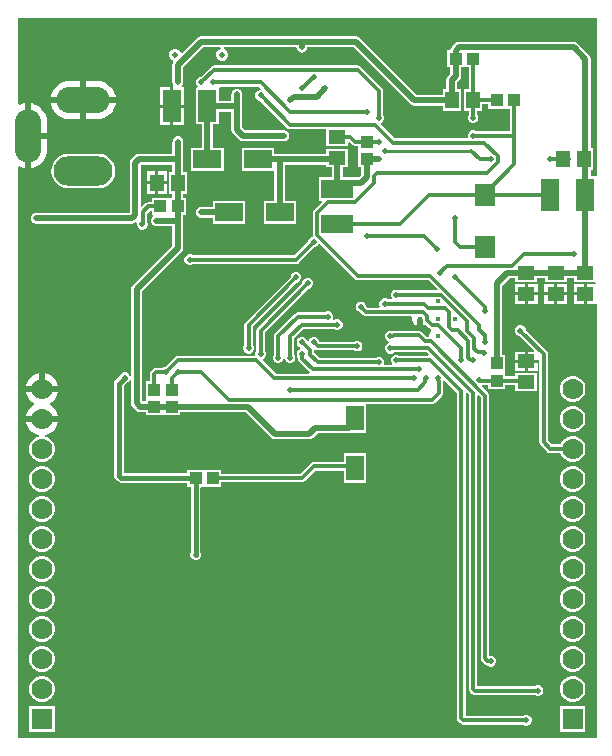
<source format=gbl>
G04*
G04 #@! TF.GenerationSoftware,Altium Limited,Altium Designer,23.2.1 (34)*
G04*
G04 Layer_Physical_Order=2*
G04 Layer_Color=16711680*
%FSLAX44Y44*%
%MOMM*%
G71*
G04*
G04 #@! TF.SameCoordinates,42A8F1EF-7107-4BB4-9A72-9FAECD8FE37F*
G04*
G04*
G04 #@! TF.FilePolarity,Positive*
G04*
G01*
G75*
%ADD17R,1.4500X1.1500*%
%ADD38C,0.5000*%
%ADD45C,0.3048*%
%ADD46C,0.3810*%
%ADD47C,0.5080*%
%ADD48C,0.2540*%
%ADD49R,1.7780X1.7780*%
%ADD50C,1.7780*%
%ADD51O,5.0000X2.5000*%
%ADD52O,4.5000X2.2500*%
%ADD53O,2.2500X4.5000*%
%ADD54C,0.4000*%
%ADD55C,0.4064*%
%ADD56R,1.7018X1.8796*%
%ADD57R,2.3300X1.5600*%
%ADD58R,1.6000X2.7000*%
%ADD59R,1.0400X1.0200*%
%ADD60R,1.2000X1.4700*%
%ADD61R,2.7000X1.6000*%
%ADD62R,1.0200X1.0400*%
%ADD63R,1.5000X2.1200*%
%ADD64R,1.1500X1.4500*%
G36*
X220000Y181770D02*
X220000Y180500D01*
X218730Y180500D01*
X214629D01*
Y185650D01*
X216600D01*
Y204350D01*
X214629D01*
Y280000D01*
X214277Y281771D01*
X213273Y283273D01*
X213273Y283273D01*
X203273Y293273D01*
X201771Y294277D01*
X200000Y294629D01*
X200000Y294629D01*
X103276D01*
X101504Y294277D01*
X100003Y293273D01*
X100003Y293273D01*
X97027Y290297D01*
X96023Y288796D01*
X95686Y287100D01*
X93100D01*
Y272900D01*
X95671D01*
Y267217D01*
X93621Y265167D01*
X92618Y263666D01*
X92265Y261894D01*
X92265Y261894D01*
Y254250D01*
X89470D01*
Y249629D01*
X66917D01*
X18980Y297566D01*
X17479Y298569D01*
X15707Y298922D01*
X15707Y298922D01*
X-115707D01*
X-115707Y298922D01*
X-117479Y298569D01*
X-118981Y297566D01*
X-131225Y285322D01*
X-132723Y285620D01*
X-133027Y286355D01*
X-134445Y287773D01*
X-136298Y288540D01*
X-138302D01*
X-140155Y287773D01*
X-141573Y286355D01*
X-142340Y284503D01*
Y282498D01*
X-141573Y280645D01*
X-140155Y279227D01*
X-139378Y278906D01*
X-138901Y277333D01*
X-139277Y276771D01*
X-139629Y275000D01*
X-139629Y275000D01*
Y260000D01*
X-139500Y259352D01*
Y259105D01*
X-139406Y258877D01*
X-139277Y258229D01*
X-138909Y257679D01*
X-138815Y257451D01*
X-138640Y257276D01*
X-138636Y257270D01*
X-138750Y257051D01*
Y241250D01*
X-129500D01*
Y256000D01*
X-130703D01*
X-131364Y257270D01*
X-131360Y257276D01*
X-131185Y257451D01*
X-131091Y257679D01*
X-130723Y258229D01*
X-130595Y258877D01*
X-130500Y259105D01*
Y259352D01*
X-130371Y260000D01*
Y273083D01*
X-113790Y289664D01*
X-98908D01*
X-98656Y288394D01*
X-100155Y287773D01*
X-101573Y286355D01*
X-102340Y284503D01*
Y282498D01*
X-101573Y280645D01*
X-100155Y279227D01*
X-98302Y278460D01*
X-96298D01*
X-94445Y279227D01*
X-93027Y280645D01*
X-92260Y282498D01*
Y284503D01*
X-93027Y286355D01*
X-94445Y287773D01*
X-95944Y288394D01*
X-95692Y289664D01*
X-34562D01*
X-34500Y289352D01*
Y289105D01*
X-34406Y288877D01*
X-34277Y288229D01*
X-33909Y287679D01*
X-33815Y287451D01*
X-33640Y287276D01*
X-33273Y286727D01*
X-32724Y286360D01*
X-32549Y286185D01*
X-32321Y286091D01*
X-31771Y285723D01*
X-31123Y285595D01*
X-30895Y285500D01*
X-30648D01*
X-30000Y285371D01*
X-29352Y285500D01*
X-29105D01*
X-28877Y285595D01*
X-28229Y285723D01*
X-27679Y286091D01*
X-27451Y286185D01*
X-27276Y286360D01*
X-26727Y286727D01*
X-26360Y287276D01*
X-26185Y287451D01*
X-26091Y287679D01*
X-25723Y288229D01*
X-25594Y288877D01*
X-25500Y289105D01*
Y289352D01*
X-25438Y289664D01*
X13790D01*
X61727Y241727D01*
X61727Y241727D01*
X62277Y241360D01*
X62451Y241185D01*
X62679Y241091D01*
X63229Y240723D01*
X63877Y240594D01*
X64105Y240500D01*
X64352D01*
X65000Y240371D01*
X65000Y240371D01*
X89470D01*
Y235750D01*
X104970D01*
Y254250D01*
X101523D01*
Y259977D01*
X103573Y262027D01*
X104577Y263529D01*
X104929Y265300D01*
X104929Y265300D01*
Y272900D01*
X107500D01*
Y272900D01*
X107800D01*
Y272900D01*
X111407D01*
Y254250D01*
X107250D01*
Y235750D01*
X111407D01*
Y232771D01*
X111185Y232549D01*
X110500Y230895D01*
Y229105D01*
X111185Y227451D01*
X112451Y226185D01*
X114105Y225500D01*
X115895D01*
X117549Y226185D01*
X118815Y227451D01*
X119500Y229105D01*
Y230895D01*
X118815Y232549D01*
X118593Y232771D01*
Y235750D01*
X122750D01*
Y241407D01*
X127800D01*
Y237900D01*
X142200D01*
Y237900D01*
X142500D01*
Y237900D01*
X146107D01*
Y218593D01*
X117771D01*
X117549Y218815D01*
X115895Y219500D01*
X114105D01*
X112451Y218815D01*
X111185Y217549D01*
X110500Y215895D01*
Y214105D01*
X110699Y213625D01*
X109993Y212569D01*
X48993D01*
X36821Y224741D01*
X37069Y225986D01*
X37549Y226185D01*
X38815Y227451D01*
X39500Y229105D01*
Y230895D01*
X38815Y232549D01*
X38593Y232771D01*
Y252984D01*
X38319Y254359D01*
X37541Y255524D01*
X19750Y273315D01*
X18585Y274093D01*
X17210Y274367D01*
X-104226D01*
X-105601Y274093D01*
X-106767Y273315D01*
X-115581Y264500D01*
X-115895D01*
X-117549Y263815D01*
X-118815Y262549D01*
X-119500Y260895D01*
Y259105D01*
X-118815Y257451D01*
X-118134Y256770D01*
X-118660Y255500D01*
X-120000D01*
Y224500D01*
X-114629D01*
Y204800D01*
X-123650D01*
Y185200D01*
X-96350D01*
Y204800D01*
X-105371D01*
Y224500D01*
X-100000D01*
Y235371D01*
X-89629D01*
Y220000D01*
X-89629Y220000D01*
X-89277Y218229D01*
X-88273Y216727D01*
X-83273Y211727D01*
X-81771Y210723D01*
X-80000Y210371D01*
X-80000Y210371D01*
X-45000D01*
X-44352Y210500D01*
X-44105D01*
X-43877Y210594D01*
X-43229Y210723D01*
X-42679Y211091D01*
X-42451Y211185D01*
X-42277Y211360D01*
X-41727Y211727D01*
X-41360Y212276D01*
X-41185Y212451D01*
X-41091Y212679D01*
X-40723Y213229D01*
X-40595Y213877D01*
X-40500Y214105D01*
Y214352D01*
X-40371Y215000D01*
X-40500Y215648D01*
Y215895D01*
X-40595Y216123D01*
X-40723Y216771D01*
X-41091Y217321D01*
X-41185Y217549D01*
X-41360Y217724D01*
X-41727Y218273D01*
X-42277Y218640D01*
X-42451Y218815D01*
X-42679Y218909D01*
X-43229Y219277D01*
X-43877Y219406D01*
X-44105Y219500D01*
X-44352D01*
X-45000Y219629D01*
X-78083D01*
X-80371Y221917D01*
Y240000D01*
Y250000D01*
X-80500Y250648D01*
Y250895D01*
X-80595Y251123D01*
X-80723Y251771D01*
X-81091Y252321D01*
X-81185Y252549D01*
X-81360Y252724D01*
X-81727Y253273D01*
X-82276Y253640D01*
X-82451Y253815D01*
X-82679Y253909D01*
X-83229Y254277D01*
X-83877Y254406D01*
X-84105Y254500D01*
X-84352D01*
X-85000Y254629D01*
X-85648Y254500D01*
X-85895D01*
X-86123Y254406D01*
X-86771Y254277D01*
X-87321Y253909D01*
X-87549Y253815D01*
X-87724Y253640D01*
X-88273Y253273D01*
X-88640Y252724D01*
X-88815Y252549D01*
X-88909Y252321D01*
X-89277Y251771D01*
X-89406Y251123D01*
X-89500Y250895D01*
Y250648D01*
X-89629Y250000D01*
Y244629D01*
X-100000D01*
Y255500D01*
X-99124Y256407D01*
X-66488D01*
X-64827Y254746D01*
X-65353Y253476D01*
X-65895D01*
X-67549Y252791D01*
X-68815Y251525D01*
X-69500Y249871D01*
Y248081D01*
X-68815Y246427D01*
X-67549Y245161D01*
X-65895Y244476D01*
X-65581D01*
X-42839Y221733D01*
X-41673Y220954D01*
X-40298Y220681D01*
X-9250D01*
Y206140D01*
X9250D01*
Y208873D01*
X10520Y209399D01*
X12459Y207459D01*
X13625Y206681D01*
X15000Y206407D01*
X17900D01*
Y202800D01*
X17900D01*
Y202500D01*
X17900D01*
Y188100D01*
X20371D01*
Y181917D01*
X18083Y179629D01*
X15500D01*
Y180000D01*
X4629D01*
Y188360D01*
X9250D01*
Y203860D01*
X-9250D01*
Y199567D01*
X-48288D01*
X-48600Y199629D01*
X-53550D01*
Y204800D01*
X-80850D01*
Y185200D01*
X-53550D01*
X-53229Y184063D01*
Y159800D01*
X-62250D01*
Y140200D01*
X-34950D01*
Y159800D01*
X-43971D01*
Y190309D01*
X-9250D01*
Y188360D01*
X-4629D01*
Y180000D01*
X-15500D01*
Y160000D01*
X-13224D01*
X-12738Y158827D01*
X-19565Y152000D01*
X-20343Y150835D01*
X-20617Y149460D01*
Y130540D01*
X-20505Y129976D01*
X-20896Y129499D01*
X-22550Y128813D01*
X-23816Y127548D01*
X-24501Y125894D01*
Y125580D01*
X-36488Y113593D01*
X-122229D01*
X-122451Y113815D01*
X-124105Y114500D01*
X-125895D01*
X-127549Y113815D01*
X-128815Y112549D01*
X-129500Y110895D01*
Y109105D01*
X-128815Y107451D01*
X-127549Y106185D01*
X-125895Y105500D01*
X-124105D01*
X-122451Y106185D01*
X-122229Y106407D01*
X-35000D01*
X-33625Y106680D01*
X-32459Y107459D01*
X-19420Y120499D01*
X-19106D01*
X-17452Y121184D01*
X-16186Y122450D01*
X-15988Y122929D01*
X-14742Y123177D01*
X14562Y93874D01*
X15727Y93095D01*
X17102Y92821D01*
X77098D01*
X84878Y85040D01*
X84392Y83867D01*
X52561D01*
X52549Y83879D01*
X50895Y84564D01*
X49105D01*
X47451Y83879D01*
X46185Y82613D01*
X45500Y80959D01*
Y79169D01*
X46120Y77673D01*
X45638Y76403D01*
X42771D01*
X42549Y76625D01*
X40895Y77310D01*
X39105D01*
X37451Y76625D01*
X36185Y75359D01*
X35500Y73705D01*
Y71915D01*
X36133Y70387D01*
X35670Y69117D01*
X25964D01*
X24500Y70581D01*
Y70895D01*
X23815Y72549D01*
X22549Y73815D01*
X20895Y74500D01*
X19105D01*
X17451Y73815D01*
X16185Y72549D01*
X15500Y70895D01*
Y69105D01*
X16185Y67451D01*
X17451Y66185D01*
X19105Y65500D01*
X19419D01*
X21935Y62983D01*
X23101Y62204D01*
X24476Y61931D01*
X62477D01*
X63250Y60923D01*
X63250Y60922D01*
Y59078D01*
X63727Y57298D01*
X64649Y55702D01*
X65952Y54399D01*
X67548Y53477D01*
X67750Y53423D01*
Y60000D01*
X72181D01*
Y59226D01*
X72454Y57851D01*
X72750Y57408D01*
Y53423D01*
X72952Y53477D01*
X74548Y54399D01*
X75034Y54885D01*
X77983Y51935D01*
X79149Y51157D01*
X79201Y51146D01*
X79619Y49768D01*
X79399Y49548D01*
X78477Y47952D01*
X78000Y46172D01*
Y44411D01*
X75670D01*
X71771Y48311D01*
X70605Y49089D01*
X69230Y49363D01*
X53772D01*
X52495Y49617D01*
X47864D01*
X46489Y49344D01*
X46406Y49288D01*
X45895Y49500D01*
X44105D01*
X42451Y48815D01*
X41185Y47549D01*
X40500Y45895D01*
Y44105D01*
X41185Y42451D01*
X42451Y41185D01*
X43686Y40673D01*
Y39327D01*
X42451Y38815D01*
X41185Y37549D01*
X40500Y35895D01*
Y34105D01*
X41185Y32451D01*
X42451Y31185D01*
X44105Y30500D01*
X45895D01*
X47549Y31185D01*
X48144Y31781D01*
X75576D01*
X77493Y29863D01*
X76967Y28593D01*
X52771D01*
X52549Y28815D01*
X50895Y29500D01*
X49105D01*
X47451Y28815D01*
X46185Y27549D01*
X45500Y25895D01*
Y24105D01*
X46185Y22451D01*
X46725Y21911D01*
X46199Y20641D01*
X40007D01*
X39301Y21697D01*
X39500Y22177D01*
Y23967D01*
X38815Y25621D01*
X37549Y26887D01*
X35895Y27572D01*
X34105D01*
X32451Y26887D01*
X32229Y26665D01*
X-15062D01*
X-19495Y31098D01*
Y33089D01*
X-19544Y33332D01*
X-19145Y33721D01*
X-18393Y34058D01*
X-17469Y33440D01*
X-16094Y33167D01*
X13989D01*
X14210Y32945D01*
X15864Y32260D01*
X17655D01*
X19309Y32945D01*
X20575Y34211D01*
X21260Y35865D01*
Y37655D01*
X20575Y39309D01*
X19309Y40574D01*
X17655Y41260D01*
X15864D01*
X14210Y40574D01*
X13989Y40353D01*
X-14606D01*
X-15749Y41496D01*
X-16185Y42549D01*
X-17451Y43815D01*
X-19105Y44500D01*
X-20895D01*
X-22549Y43815D01*
X-23815Y42549D01*
X-24327Y41314D01*
X-25673D01*
X-26185Y42549D01*
X-27451Y43815D01*
X-29105Y44500D01*
X-30895D01*
X-32549Y43815D01*
X-33815Y42549D01*
X-34500Y40895D01*
Y39105D01*
X-33815Y37451D01*
X-32549Y36185D01*
X-31314Y35673D01*
Y34327D01*
X-32549Y33815D01*
X-33815Y32549D01*
X-34500Y30895D01*
Y29105D01*
X-33815Y27451D01*
X-33219Y26856D01*
Y26261D01*
X-32946Y24886D01*
X-32167Y23721D01*
X-23310Y14863D01*
X-23813Y13593D01*
X-52031D01*
X-63179Y24741D01*
X-62931Y25986D01*
X-62451Y26185D01*
X-61185Y27451D01*
X-60500Y29105D01*
Y30895D01*
X-61185Y32549D01*
X-61407Y32771D01*
Y48512D01*
X-24419Y85500D01*
X-24105D01*
X-22451Y86185D01*
X-21185Y87451D01*
X-20500Y89105D01*
Y90895D01*
X-21185Y92549D01*
X-22451Y93815D01*
X-24105Y94500D01*
X-25895D01*
X-27549Y93815D01*
X-28815Y92549D01*
X-29500Y90895D01*
Y90581D01*
X-67541Y52541D01*
X-68320Y51375D01*
X-68593Y50000D01*
Y32771D01*
X-68815Y32549D01*
X-69500Y30895D01*
Y29105D01*
X-69842Y28593D01*
X-134891D01*
X-136266Y28320D01*
X-137432Y27541D01*
X-145473Y19500D01*
X-145895D01*
X-147549Y18815D01*
X-147771Y18593D01*
X-153215D01*
X-154590Y18319D01*
X-155755Y17541D01*
X-157541Y15755D01*
X-158320Y14590D01*
X-158593Y13214D01*
Y7200D01*
X-162100D01*
Y-7200D01*
X-162100D01*
Y-7500D01*
X-162100D01*
Y-10071D01*
X-165107D01*
X-165371Y-9807D01*
Y83083D01*
X-131727Y116727D01*
X-131727Y116727D01*
X-130723Y118229D01*
X-130371Y120000D01*
Y142920D01*
Y147900D01*
X-127800D01*
Y162100D01*
X-130371D01*
Y165750D01*
X-127250D01*
Y184250D01*
X-130371D01*
Y195000D01*
Y210000D01*
X-130500Y210648D01*
Y210895D01*
X-130595Y211123D01*
X-130723Y211771D01*
X-131091Y212321D01*
X-131185Y212549D01*
X-131360Y212724D01*
X-131727Y213273D01*
X-132276Y213640D01*
X-132451Y213815D01*
X-132679Y213909D01*
X-133229Y214277D01*
X-133877Y214406D01*
X-134105Y214500D01*
X-134352D01*
X-135000Y214629D01*
X-135648Y214500D01*
X-135895D01*
X-136123Y214406D01*
X-136771Y214277D01*
X-137321Y213909D01*
X-137549Y213815D01*
X-137724Y213640D01*
X-138273Y213273D01*
X-138640Y212724D01*
X-138815Y212549D01*
X-138909Y212321D01*
X-139277Y211771D01*
X-139406Y211123D01*
X-139500Y210895D01*
Y210648D01*
X-139629Y210000D01*
Y199629D01*
X-168050D01*
X-169821Y199277D01*
X-171323Y198273D01*
X-171323Y198273D01*
X-174299Y195297D01*
X-175302Y193796D01*
X-175655Y192024D01*
X-175655Y192024D01*
Y149893D01*
X-175919Y149629D01*
X-255000D01*
X-255648Y149500D01*
X-255895D01*
X-256123Y149405D01*
X-256771Y149277D01*
X-257321Y148909D01*
X-257549Y148815D01*
X-257724Y148640D01*
X-258273Y148273D01*
X-258640Y147724D01*
X-258815Y147549D01*
X-258909Y147321D01*
X-259277Y146771D01*
X-259406Y146123D01*
X-259500Y145895D01*
Y145648D01*
X-259629Y145000D01*
X-259500Y144352D01*
Y144105D01*
X-259406Y143877D01*
X-259277Y143229D01*
X-258909Y142679D01*
X-258815Y142451D01*
X-258640Y142276D01*
X-258273Y141727D01*
X-257724Y141360D01*
X-257549Y141185D01*
X-257321Y141091D01*
X-256771Y140723D01*
X-256123Y140594D01*
X-255895Y140500D01*
X-255648D01*
X-255000Y140371D01*
X-174002D01*
X-174002Y140371D01*
X-172230Y140723D01*
X-170728Y141727D01*
X-170390Y142065D01*
X-169313Y141346D01*
X-169500Y140895D01*
Y139105D01*
X-168815Y137451D01*
X-167549Y136185D01*
X-165895Y135500D01*
X-164105D01*
X-162451Y136185D01*
X-161185Y137451D01*
X-160500Y139105D01*
Y140895D01*
X-161033Y142183D01*
Y148885D01*
X-158512Y151407D01*
X-156900D01*
Y147900D01*
X-156293D01*
X-155961Y147116D01*
X-155904Y146630D01*
X-155974Y146560D01*
X-156523Y146193D01*
X-156890Y145644D01*
X-157065Y145469D01*
X-157159Y145241D01*
X-157527Y144691D01*
X-157656Y144043D01*
X-157750Y143815D01*
Y143568D01*
X-157879Y142920D01*
X-157750Y142272D01*
Y142025D01*
X-157656Y141797D01*
X-157527Y141149D01*
X-157159Y140599D01*
X-157065Y140371D01*
X-156890Y140197D01*
X-156523Y139647D01*
X-155974Y139280D01*
X-155799Y139105D01*
X-155571Y139011D01*
X-155021Y138643D01*
X-154373Y138514D01*
X-154145Y138420D01*
X-153898D01*
X-153250Y138291D01*
X-139629D01*
Y121917D01*
X-173273Y88273D01*
X-174277Y86771D01*
X-174629Y85000D01*
X-174629Y85000D01*
Y12111D01*
X-175899Y11858D01*
X-176185Y12549D01*
X-177451Y13815D01*
X-179105Y14500D01*
X-180895D01*
X-182549Y13815D01*
X-183815Y12549D01*
X-184333Y11297D01*
X-187815Y7815D01*
X-188678Y6524D01*
X-188981Y5000D01*
Y-72768D01*
X-188678Y-74292D01*
X-187815Y-75584D01*
X-185583Y-77815D01*
X-184292Y-78678D01*
X-182768Y-78981D01*
X-127200D01*
Y-82100D01*
X-123982D01*
Y-137853D01*
X-124500Y-139105D01*
Y-140895D01*
X-123815Y-142549D01*
X-122549Y-143815D01*
X-120895Y-144500D01*
X-119105D01*
X-117451Y-143815D01*
X-116185Y-142549D01*
X-115500Y-140895D01*
Y-139105D01*
X-116018Y-137853D01*
Y-82998D01*
X-115120Y-82100D01*
X-112800Y-82100D01*
X-111530Y-82100D01*
X-98100D01*
Y-78593D01*
X-30000D01*
X-28625Y-78320D01*
X-27459Y-77541D01*
X-18512Y-68593D01*
X5500D01*
Y-79170D01*
X24500D01*
Y-53970D01*
X5500D01*
Y-61407D01*
X-20000D01*
X-21375Y-61680D01*
X-22541Y-62459D01*
X-31488Y-71407D01*
X-98100D01*
Y-67900D01*
X-111530D01*
X-112500Y-67900D01*
X-113770Y-67900D01*
X-127200D01*
Y-71019D01*
X-181019D01*
Y3351D01*
X-178703Y5667D01*
X-177451Y6185D01*
X-176185Y7451D01*
X-175899Y8142D01*
X-174629Y7889D01*
Y-11724D01*
X-174629Y-11724D01*
X-174277Y-13496D01*
X-173273Y-14997D01*
X-170297Y-17973D01*
X-170297Y-17973D01*
X-168796Y-18977D01*
X-167024Y-19329D01*
X-162100D01*
Y-21900D01*
X-147900D01*
Y-21900D01*
X-147100D01*
Y-21900D01*
X-132900D01*
Y-19329D01*
X-77261D01*
X-55671Y-40919D01*
X-55671Y-40919D01*
X-54170Y-41922D01*
X-52398Y-42275D01*
X-52398Y-42275D01*
X-23837D01*
X-23837Y-42275D01*
X-22066Y-41922D01*
X-20564Y-40919D01*
X-16604Y-36959D01*
X10040D01*
X10040Y-36959D01*
X10487Y-36870D01*
X24500D01*
Y-12229D01*
X79883D01*
X81258Y-11955D01*
X82424Y-11177D01*
X88565Y-5036D01*
X89344Y-3870D01*
X89617Y-2495D01*
Y7025D01*
X90848Y7590D01*
X101407Y-2969D01*
Y-278214D01*
X101680Y-279590D01*
X102459Y-280755D01*
X104245Y-282541D01*
X105410Y-283319D01*
X106785Y-283593D01*
X157229D01*
X157451Y-283815D01*
X159105Y-284500D01*
X160895D01*
X162549Y-283815D01*
X163815Y-282549D01*
X164500Y-280895D01*
Y-279105D01*
X163815Y-277451D01*
X162549Y-276185D01*
X160895Y-275500D01*
X159105D01*
X157451Y-276185D01*
X157229Y-276407D01*
X108593D01*
Y-3033D01*
X109863Y-2507D01*
X111407Y-4051D01*
Y-253214D01*
X111680Y-254590D01*
X112459Y-255755D01*
X114245Y-257541D01*
X115410Y-258319D01*
X116785Y-258593D01*
X167229D01*
X167451Y-258815D01*
X169105Y-259500D01*
X170895D01*
X172549Y-258815D01*
X173815Y-257549D01*
X174500Y-255895D01*
Y-254105D01*
X173815Y-252451D01*
X172549Y-251185D01*
X170895Y-250500D01*
X169105D01*
X167451Y-251185D01*
X167229Y-251407D01*
X118593D01*
Y-5398D01*
X119766Y-4912D01*
X121407Y-6553D01*
Y-227524D01*
X121680Y-228899D01*
X122459Y-230064D01*
X124562Y-232167D01*
X125728Y-232946D01*
X126794Y-233158D01*
X127451Y-233815D01*
X129105Y-234500D01*
X130895D01*
X132549Y-233815D01*
X133815Y-232549D01*
X134500Y-230895D01*
Y-229105D01*
X133815Y-227451D01*
X132549Y-226185D01*
X130895Y-225500D01*
X129105D01*
X128593Y-225158D01*
Y-5064D01*
X128320Y-3689D01*
X127541Y-2524D01*
X122230Y2787D01*
X122756Y4057D01*
X127900D01*
Y450D01*
X142100D01*
Y4057D01*
X150750D01*
Y-1640D01*
X169250D01*
Y13860D01*
X150750D01*
Y11243D01*
X142100D01*
Y14850D01*
X142100D01*
Y15150D01*
X142100D01*
Y29550D01*
X139629D01*
Y75000D01*
Y88083D01*
X145807Y94261D01*
X150750D01*
Y91140D01*
X169250D01*
Y94261D01*
X175750D01*
Y91140D01*
X194250D01*
Y94261D01*
X200750D01*
Y91140D01*
X218563Y91140D01*
X219388Y89978D01*
X219141Y89360D01*
X211250D01*
Y81110D01*
Y72860D01*
X218730D01*
X219750Y72860D01*
X220000Y71694D01*
Y-295000D01*
X-270000D01*
Y188365D01*
X-268911Y189018D01*
X-268249Y188664D01*
X-265186Y187735D01*
X-264500Y187668D01*
Y215000D01*
Y242332D01*
X-265186Y242265D01*
X-268249Y241336D01*
X-268911Y240982D01*
X-270000Y241635D01*
Y315000D01*
X220000D01*
Y181770D01*
D02*
G37*
G36*
X-139629Y184250D02*
X-142750D01*
Y165750D01*
X-139629D01*
Y162100D01*
X-142200D01*
Y162100D01*
X-142500D01*
Y162100D01*
X-156900D01*
Y158593D01*
X-160000D01*
X-161375Y158320D01*
X-162541Y157541D01*
X-165224Y154858D01*
X-166397Y155344D01*
Y190107D01*
X-166133Y190371D01*
X-139629D01*
Y184250D01*
D02*
G37*
%LPC*%
G36*
X-203750Y261329D02*
X-212500D01*
Y247500D01*
X-187668D01*
X-187735Y248186D01*
X-188664Y251249D01*
X-190173Y254072D01*
X-192204Y256546D01*
X-194678Y258577D01*
X-197501Y260086D01*
X-200564Y261015D01*
X-203750Y261329D01*
D02*
G37*
G36*
X-217500D02*
X-226250D01*
X-229436Y261015D01*
X-232499Y260086D01*
X-235322Y258577D01*
X-237796Y256546D01*
X-239827Y254072D01*
X-241336Y251249D01*
X-242265Y248186D01*
X-242332Y247500D01*
X-217500D01*
Y261329D01*
D02*
G37*
G36*
X-141250Y256000D02*
X-150500D01*
Y241250D01*
X-141250D01*
Y256000D01*
D02*
G37*
G36*
X-187668Y242500D02*
X-212500D01*
Y228671D01*
X-203750D01*
X-200564Y228985D01*
X-197501Y229914D01*
X-194678Y231423D01*
X-192204Y233454D01*
X-190173Y235928D01*
X-188664Y238751D01*
X-187735Y241814D01*
X-187668Y242500D01*
D02*
G37*
G36*
X-217500D02*
X-242332D01*
X-242265Y241814D01*
X-241336Y238751D01*
X-239827Y235928D01*
X-237796Y233454D01*
X-235322Y231423D01*
X-232499Y229914D01*
X-229436Y228985D01*
X-226250Y228671D01*
X-217500D01*
Y242500D01*
D02*
G37*
G36*
X-129500Y238750D02*
X-138750D01*
Y224000D01*
X-129500D01*
Y238750D01*
D02*
G37*
G36*
X-141250D02*
X-150500D01*
Y224000D01*
X-141250D01*
Y238750D01*
D02*
G37*
G36*
X-259500Y242332D02*
Y217500D01*
X-245671D01*
Y226250D01*
X-245985Y229436D01*
X-246914Y232499D01*
X-248423Y235322D01*
X-250454Y237796D01*
X-252928Y239827D01*
X-255751Y241336D01*
X-258814Y242265D01*
X-259500Y242332D01*
D02*
G37*
G36*
X-245671Y212500D02*
X-259500D01*
Y187668D01*
X-258814Y187735D01*
X-255751Y188664D01*
X-252928Y190173D01*
X-250454Y192204D01*
X-248423Y194678D01*
X-246914Y197501D01*
X-245985Y200564D01*
X-245671Y203750D01*
Y212500D01*
D02*
G37*
G36*
X-202500Y199625D02*
X-227500D01*
X-231285Y199127D01*
X-234813Y197666D01*
X-237841Y195341D01*
X-240166Y192313D01*
X-241627Y188785D01*
X-242125Y185000D01*
X-241627Y181215D01*
X-240166Y177687D01*
X-237841Y174659D01*
X-234813Y172334D01*
X-231285Y170873D01*
X-227500Y170375D01*
X-202500D01*
X-198715Y170873D01*
X-195187Y172334D01*
X-192159Y174659D01*
X-189834Y177687D01*
X-188373Y181215D01*
X-187875Y185000D01*
X-188373Y188785D01*
X-189834Y192313D01*
X-192159Y195341D01*
X-195187Y197666D01*
X-198715Y199127D01*
X-202500Y199625D01*
D02*
G37*
G36*
X-77750Y159800D02*
X-105050D01*
Y154629D01*
X-115000D01*
X-115648Y154500D01*
X-115895D01*
X-116123Y154406D01*
X-116771Y154277D01*
X-117321Y153909D01*
X-117549Y153815D01*
X-117724Y153640D01*
X-118273Y153273D01*
X-118640Y152724D01*
X-118815Y152549D01*
X-118909Y152321D01*
X-119277Y151771D01*
X-119406Y151123D01*
X-119500Y150895D01*
Y150648D01*
X-119629Y150000D01*
X-119500Y149352D01*
Y149105D01*
X-119406Y148877D01*
X-119277Y148229D01*
X-118909Y147679D01*
X-118815Y147451D01*
X-118640Y147276D01*
X-118273Y146727D01*
X-117724Y146360D01*
X-117549Y146185D01*
X-117321Y146091D01*
X-116771Y145723D01*
X-116123Y145595D01*
X-115895Y145500D01*
X-115648D01*
X-115000Y145371D01*
X-105050D01*
Y140200D01*
X-77750D01*
Y159800D01*
D02*
G37*
G36*
X194750Y89360D02*
X186250D01*
Y82360D01*
X194750D01*
Y89360D01*
D02*
G37*
G36*
X169750D02*
X161250D01*
Y82360D01*
X169750D01*
Y89360D01*
D02*
G37*
G36*
X208750D02*
X200250D01*
Y82360D01*
X208750D01*
Y89360D01*
D02*
G37*
G36*
X183750D02*
X175250D01*
Y82360D01*
X183750D01*
Y89360D01*
D02*
G37*
G36*
X158750D02*
X150250D01*
Y82360D01*
X158750D01*
Y89360D01*
D02*
G37*
G36*
X194750Y79860D02*
X186250D01*
Y72860D01*
X194750D01*
Y79860D01*
D02*
G37*
G36*
X183750D02*
X175250D01*
Y72860D01*
X183750D01*
Y79860D01*
D02*
G37*
G36*
X169750D02*
X161250D01*
Y72860D01*
X169750D01*
Y79860D01*
D02*
G37*
G36*
X158750D02*
X150250D01*
Y72860D01*
X158750D01*
Y79860D01*
D02*
G37*
G36*
X208750D02*
X200250D01*
Y72860D01*
X208750D01*
Y79860D01*
D02*
G37*
G36*
X-7345Y66260D02*
X-9136D01*
X-10790Y65574D01*
X-11011Y65353D01*
X-33240D01*
X-34615Y65079D01*
X-35781Y64300D01*
X-52541Y47541D01*
X-53320Y46375D01*
X-53593Y45000D01*
Y29819D01*
X-53815Y29597D01*
X-54500Y27943D01*
Y26153D01*
X-53815Y24499D01*
X-52549Y23233D01*
X-50895Y22548D01*
X-49105D01*
X-47451Y23233D01*
X-46185Y24499D01*
X-45673Y25735D01*
X-44327D01*
X-43815Y24499D01*
X-42549Y23233D01*
X-40895Y22548D01*
X-39105D01*
X-37451Y23233D01*
X-36185Y24499D01*
X-35500Y26153D01*
Y27943D01*
X-36185Y29597D01*
X-36407Y29819D01*
Y43512D01*
X-28512Y51407D01*
X-2771D01*
X-2549Y51185D01*
X-895Y50500D01*
X895D01*
X2549Y51185D01*
X3815Y52451D01*
X4500Y54105D01*
Y55895D01*
X3815Y57549D01*
X2549Y58815D01*
X895Y59500D01*
X-895D01*
X-2549Y58815D01*
X-3289Y59069D01*
X-3932Y60402D01*
X-3740Y60865D01*
Y62655D01*
X-4426Y64309D01*
X-5691Y65574D01*
X-7345Y66260D01*
D02*
G37*
G36*
X-34105Y99500D02*
X-35895D01*
X-37549Y98815D01*
X-38815Y97549D01*
X-39500Y95895D01*
Y95581D01*
X-77541Y57541D01*
X-78320Y56375D01*
X-78593Y55000D01*
Y37771D01*
X-78815Y37549D01*
X-79500Y35895D01*
Y34105D01*
X-78815Y32451D01*
X-77549Y31185D01*
X-75895Y30500D01*
X-74105D01*
X-72451Y31185D01*
X-71185Y32451D01*
X-70500Y34105D01*
Y35895D01*
X-71185Y37549D01*
X-71407Y37771D01*
Y53512D01*
X-34419Y90500D01*
X-34105D01*
X-32451Y91185D01*
X-31185Y92451D01*
X-30500Y94105D01*
Y95895D01*
X-31185Y97549D01*
X-32451Y98815D01*
X-34105Y99500D01*
D02*
G37*
G36*
X158750Y32140D02*
X150250D01*
Y25140D01*
X158750D01*
Y32140D01*
D02*
G37*
G36*
X169750Y22640D02*
X161250D01*
Y15640D01*
X169750D01*
Y22640D01*
D02*
G37*
G36*
X158750D02*
X150250D01*
Y15640D01*
X158750D01*
Y22640D01*
D02*
G37*
G36*
X-247500Y14110D02*
Y2900D01*
X-236290D01*
X-237057Y5761D01*
X-238885Y8929D01*
X-241471Y11515D01*
X-244639Y13343D01*
X-247500Y14110D01*
D02*
G37*
G36*
X-252500D02*
X-255361Y13343D01*
X-258529Y11515D01*
X-261115Y8929D01*
X-262943Y5761D01*
X-263710Y2900D01*
X-252500D01*
Y14110D01*
D02*
G37*
G36*
X200634Y11290D02*
X197766D01*
X194997Y10548D01*
X192513Y9114D01*
X190486Y7087D01*
X189052Y4603D01*
X188310Y1834D01*
Y-1034D01*
X189052Y-3803D01*
X190486Y-6287D01*
X192513Y-8314D01*
X194997Y-9748D01*
X197766Y-10490D01*
X200634D01*
X203403Y-9748D01*
X205887Y-8314D01*
X207914Y-6287D01*
X209348Y-3803D01*
X210090Y-1034D01*
Y1834D01*
X209348Y4603D01*
X207914Y7087D01*
X205887Y9114D01*
X203403Y10548D01*
X200634Y11290D01*
D02*
G37*
G36*
X-236290Y-2100D02*
X-250000D01*
X-263710D01*
X-262943Y-4961D01*
X-261115Y-8129D01*
X-258529Y-10715D01*
X-256883Y-11665D01*
Y-12935D01*
X-258529Y-13885D01*
X-261115Y-16471D01*
X-262943Y-19639D01*
X-263710Y-22500D01*
X-250000D01*
X-236290D01*
X-237057Y-19639D01*
X-238885Y-16471D01*
X-241471Y-13885D01*
X-243117Y-12935D01*
Y-11665D01*
X-241471Y-10715D01*
X-238885Y-8129D01*
X-237057Y-4961D01*
X-236290Y-2100D01*
D02*
G37*
G36*
X200634Y-14110D02*
X197766D01*
X194997Y-14852D01*
X192513Y-16286D01*
X190486Y-18313D01*
X189052Y-20797D01*
X188310Y-23566D01*
Y-26434D01*
X189052Y-29203D01*
X190486Y-31687D01*
X192513Y-33714D01*
X194997Y-35148D01*
X197766Y-35890D01*
X200634D01*
X203403Y-35148D01*
X205887Y-33714D01*
X207914Y-31687D01*
X209348Y-29203D01*
X210090Y-26434D01*
Y-23566D01*
X209348Y-20797D01*
X207914Y-18313D01*
X205887Y-16286D01*
X203403Y-14852D01*
X200634Y-14110D01*
D02*
G37*
G36*
X155895Y54500D02*
X154105D01*
X152451Y53815D01*
X151185Y52549D01*
X150500Y50895D01*
Y49105D01*
X151185Y47451D01*
X152451Y46185D01*
X154105Y45500D01*
X154419D01*
X166605Y33313D01*
X166119Y32140D01*
X161250D01*
Y25140D01*
X169750D01*
Y27093D01*
X171020Y27772D01*
X171123Y27703D01*
Y-44716D01*
X171396Y-46091D01*
X172175Y-47256D01*
X177459Y-52541D01*
X178625Y-53320D01*
X180000Y-53593D01*
X188781D01*
X189052Y-54603D01*
X190486Y-57087D01*
X192513Y-59114D01*
X194997Y-60548D01*
X197766Y-61290D01*
X200634D01*
X203403Y-60548D01*
X205887Y-59114D01*
X207914Y-57087D01*
X209348Y-54603D01*
X210090Y-51834D01*
Y-48966D01*
X209348Y-46197D01*
X207914Y-43713D01*
X205887Y-41686D01*
X203403Y-40252D01*
X200634Y-39510D01*
X197766D01*
X194997Y-40252D01*
X192513Y-41686D01*
X190486Y-43713D01*
X189052Y-46197D01*
X188996Y-46407D01*
X181488D01*
X178309Y-43227D01*
Y30284D01*
X178035Y31659D01*
X177256Y32825D01*
X159500Y50581D01*
Y50895D01*
X158815Y52549D01*
X157549Y53815D01*
X155895Y54500D01*
D02*
G37*
G36*
X-236290Y-27500D02*
X-250000D01*
X-263710D01*
X-262943Y-30361D01*
X-261115Y-33529D01*
X-258529Y-36115D01*
X-255361Y-37943D01*
X-252928Y-38595D01*
Y-39910D01*
X-254203Y-40252D01*
X-256687Y-41686D01*
X-258714Y-43713D01*
X-260148Y-46197D01*
X-260890Y-48966D01*
Y-51834D01*
X-260148Y-54603D01*
X-258714Y-57087D01*
X-256687Y-59114D01*
X-254203Y-60548D01*
X-251434Y-61290D01*
X-248566D01*
X-245797Y-60548D01*
X-243313Y-59114D01*
X-241286Y-57087D01*
X-239852Y-54603D01*
X-239110Y-51834D01*
Y-48966D01*
X-239852Y-46197D01*
X-241286Y-43713D01*
X-243313Y-41686D01*
X-245797Y-40252D01*
X-247072Y-39910D01*
Y-38595D01*
X-244639Y-37943D01*
X-241471Y-36115D01*
X-238885Y-33529D01*
X-237057Y-30361D01*
X-236290Y-27500D01*
D02*
G37*
G36*
X200634Y-64910D02*
X197766D01*
X194997Y-65652D01*
X192513Y-67086D01*
X190486Y-69113D01*
X189052Y-71597D01*
X188310Y-74366D01*
Y-77234D01*
X189052Y-80003D01*
X190486Y-82487D01*
X192513Y-84514D01*
X194997Y-85948D01*
X197766Y-86690D01*
X200634D01*
X203403Y-85948D01*
X205887Y-84514D01*
X207914Y-82487D01*
X209348Y-80003D01*
X210090Y-77234D01*
Y-74366D01*
X209348Y-71597D01*
X207914Y-69113D01*
X205887Y-67086D01*
X203403Y-65652D01*
X200634Y-64910D01*
D02*
G37*
G36*
X-248566Y-64910D02*
X-251434D01*
X-254203Y-65652D01*
X-256687Y-67086D01*
X-258714Y-69113D01*
X-260148Y-71597D01*
X-260890Y-74366D01*
Y-77234D01*
X-260148Y-80003D01*
X-258714Y-82487D01*
X-256687Y-84514D01*
X-254203Y-85948D01*
X-251434Y-86690D01*
X-248566D01*
X-245797Y-85948D01*
X-243313Y-84514D01*
X-241286Y-82487D01*
X-239852Y-80003D01*
X-239110Y-77234D01*
Y-74366D01*
X-239852Y-71597D01*
X-241286Y-69113D01*
X-243313Y-67086D01*
X-245797Y-65652D01*
X-248566Y-64910D01*
D02*
G37*
G36*
X200634Y-90310D02*
X197766D01*
X194997Y-91052D01*
X192513Y-92486D01*
X190486Y-94513D01*
X189052Y-96997D01*
X188310Y-99766D01*
Y-102634D01*
X189052Y-105403D01*
X190486Y-107887D01*
X192513Y-109914D01*
X194997Y-111348D01*
X197766Y-112090D01*
X200634D01*
X203403Y-111348D01*
X205887Y-109914D01*
X207914Y-107887D01*
X209348Y-105403D01*
X210090Y-102634D01*
Y-99766D01*
X209348Y-96997D01*
X207914Y-94513D01*
X205887Y-92486D01*
X203403Y-91052D01*
X200634Y-90310D01*
D02*
G37*
G36*
X-248566Y-90310D02*
X-251434D01*
X-254203Y-91052D01*
X-256687Y-92486D01*
X-258714Y-94513D01*
X-260148Y-96997D01*
X-260890Y-99766D01*
Y-102634D01*
X-260148Y-105403D01*
X-258714Y-107887D01*
X-256687Y-109914D01*
X-254203Y-111348D01*
X-251434Y-112090D01*
X-248566D01*
X-245797Y-111348D01*
X-243313Y-109914D01*
X-241286Y-107887D01*
X-239852Y-105403D01*
X-239110Y-102634D01*
Y-99766D01*
X-239852Y-96997D01*
X-241286Y-94513D01*
X-243313Y-92486D01*
X-245797Y-91052D01*
X-248566Y-90310D01*
D02*
G37*
G36*
X200634Y-115710D02*
X197766D01*
X194997Y-116452D01*
X192513Y-117886D01*
X190486Y-119913D01*
X189052Y-122397D01*
X188310Y-125166D01*
Y-128034D01*
X189052Y-130803D01*
X190486Y-133287D01*
X192513Y-135314D01*
X194997Y-136748D01*
X197766Y-137490D01*
X200634D01*
X203403Y-136748D01*
X205887Y-135314D01*
X207914Y-133287D01*
X209348Y-130803D01*
X210090Y-128034D01*
Y-125166D01*
X209348Y-122397D01*
X207914Y-119913D01*
X205887Y-117886D01*
X203403Y-116452D01*
X200634Y-115710D01*
D02*
G37*
G36*
X-248566Y-115710D02*
X-251434D01*
X-254203Y-116452D01*
X-256687Y-117886D01*
X-258714Y-119913D01*
X-260148Y-122397D01*
X-260890Y-125166D01*
Y-128034D01*
X-260148Y-130803D01*
X-258714Y-133287D01*
X-256687Y-135314D01*
X-254203Y-136748D01*
X-251434Y-137490D01*
X-248566D01*
X-245797Y-136748D01*
X-243313Y-135314D01*
X-241286Y-133287D01*
X-239852Y-130803D01*
X-239110Y-128034D01*
Y-125166D01*
X-239852Y-122397D01*
X-241286Y-119913D01*
X-243313Y-117886D01*
X-245797Y-116452D01*
X-248566Y-115710D01*
D02*
G37*
G36*
X200634Y-141110D02*
X197766D01*
X194997Y-141852D01*
X192513Y-143286D01*
X190486Y-145313D01*
X189052Y-147797D01*
X188310Y-150566D01*
Y-153434D01*
X189052Y-156203D01*
X190486Y-158687D01*
X192513Y-160714D01*
X194997Y-162148D01*
X197766Y-162890D01*
X200634D01*
X203403Y-162148D01*
X205887Y-160714D01*
X207914Y-158687D01*
X209348Y-156203D01*
X210090Y-153434D01*
Y-150566D01*
X209348Y-147797D01*
X207914Y-145313D01*
X205887Y-143286D01*
X203403Y-141852D01*
X200634Y-141110D01*
D02*
G37*
G36*
X-248566Y-141110D02*
X-251434D01*
X-254203Y-141852D01*
X-256687Y-143286D01*
X-258714Y-145313D01*
X-260148Y-147797D01*
X-260890Y-150566D01*
Y-153434D01*
X-260148Y-156203D01*
X-258714Y-158687D01*
X-256687Y-160714D01*
X-254203Y-162148D01*
X-251434Y-162890D01*
X-248566D01*
X-245797Y-162148D01*
X-243313Y-160714D01*
X-241286Y-158687D01*
X-239852Y-156203D01*
X-239110Y-153434D01*
Y-150566D01*
X-239852Y-147797D01*
X-241286Y-145313D01*
X-243313Y-143286D01*
X-245797Y-141852D01*
X-248566Y-141110D01*
D02*
G37*
G36*
X200634Y-166510D02*
X197766D01*
X194997Y-167252D01*
X192513Y-168686D01*
X190486Y-170713D01*
X189052Y-173197D01*
X188310Y-175966D01*
Y-178834D01*
X189052Y-181603D01*
X190486Y-184087D01*
X192513Y-186114D01*
X194997Y-187548D01*
X197766Y-188290D01*
X200634D01*
X203403Y-187548D01*
X205887Y-186114D01*
X207914Y-184087D01*
X209348Y-181603D01*
X210090Y-178834D01*
Y-175966D01*
X209348Y-173197D01*
X207914Y-170713D01*
X205887Y-168686D01*
X203403Y-167252D01*
X200634Y-166510D01*
D02*
G37*
G36*
X-248566Y-166510D02*
X-251434D01*
X-254203Y-167252D01*
X-256687Y-168686D01*
X-258714Y-170713D01*
X-260148Y-173197D01*
X-260890Y-175966D01*
Y-178834D01*
X-260148Y-181603D01*
X-258714Y-184087D01*
X-256687Y-186114D01*
X-254203Y-187548D01*
X-251434Y-188290D01*
X-248566D01*
X-245797Y-187548D01*
X-243313Y-186114D01*
X-241286Y-184087D01*
X-239852Y-181603D01*
X-239110Y-178834D01*
Y-175966D01*
X-239852Y-173197D01*
X-241286Y-170713D01*
X-243313Y-168686D01*
X-245797Y-167252D01*
X-248566Y-166510D01*
D02*
G37*
G36*
X200634Y-191910D02*
X197766D01*
X194997Y-192652D01*
X192513Y-194086D01*
X190486Y-196113D01*
X189052Y-198597D01*
X188310Y-201366D01*
Y-204234D01*
X189052Y-207003D01*
X190486Y-209487D01*
X192513Y-211514D01*
X194997Y-212948D01*
X197766Y-213690D01*
X200634D01*
X203403Y-212948D01*
X205887Y-211514D01*
X207914Y-209487D01*
X209348Y-207003D01*
X210090Y-204234D01*
Y-201366D01*
X209348Y-198597D01*
X207914Y-196113D01*
X205887Y-194086D01*
X203403Y-192652D01*
X200634Y-191910D01*
D02*
G37*
G36*
X-248566Y-191910D02*
X-251434D01*
X-254203Y-192652D01*
X-256687Y-194086D01*
X-258714Y-196113D01*
X-260148Y-198597D01*
X-260890Y-201366D01*
Y-204234D01*
X-260148Y-207003D01*
X-258714Y-209487D01*
X-256687Y-211514D01*
X-254203Y-212948D01*
X-251434Y-213690D01*
X-248566D01*
X-245797Y-212948D01*
X-243313Y-211514D01*
X-241286Y-209487D01*
X-239852Y-207003D01*
X-239110Y-204234D01*
Y-201366D01*
X-239852Y-198597D01*
X-241286Y-196113D01*
X-243313Y-194086D01*
X-245797Y-192652D01*
X-248566Y-191910D01*
D02*
G37*
G36*
X200634Y-217310D02*
X197766D01*
X194997Y-218052D01*
X192513Y-219486D01*
X190486Y-221513D01*
X189052Y-223997D01*
X188310Y-226766D01*
Y-229634D01*
X189052Y-232403D01*
X190486Y-234887D01*
X192513Y-236914D01*
X194997Y-238348D01*
X197766Y-239090D01*
X200634D01*
X203403Y-238348D01*
X205887Y-236914D01*
X207914Y-234887D01*
X209348Y-232403D01*
X210090Y-229634D01*
Y-226766D01*
X209348Y-223997D01*
X207914Y-221513D01*
X205887Y-219486D01*
X203403Y-218052D01*
X200634Y-217310D01*
D02*
G37*
G36*
X-248566Y-217310D02*
X-251434D01*
X-254203Y-218052D01*
X-256687Y-219486D01*
X-258714Y-221513D01*
X-260148Y-223997D01*
X-260890Y-226766D01*
Y-229634D01*
X-260148Y-232403D01*
X-258714Y-234887D01*
X-256687Y-236914D01*
X-254203Y-238348D01*
X-251434Y-239090D01*
X-248566D01*
X-245797Y-238348D01*
X-243313Y-236914D01*
X-241286Y-234887D01*
X-239852Y-232403D01*
X-239110Y-229634D01*
Y-226766D01*
X-239852Y-223997D01*
X-241286Y-221513D01*
X-243313Y-219486D01*
X-245797Y-218052D01*
X-248566Y-217310D01*
D02*
G37*
G36*
X200634Y-242710D02*
X197766D01*
X194997Y-243452D01*
X192513Y-244886D01*
X190486Y-246913D01*
X189052Y-249397D01*
X188310Y-252166D01*
Y-255034D01*
X189052Y-257803D01*
X190486Y-260287D01*
X192513Y-262314D01*
X194997Y-263748D01*
X197766Y-264490D01*
X200634D01*
X203403Y-263748D01*
X205887Y-262314D01*
X207914Y-260287D01*
X209348Y-257803D01*
X210090Y-255034D01*
Y-252166D01*
X209348Y-249397D01*
X207914Y-246913D01*
X205887Y-244886D01*
X203403Y-243452D01*
X200634Y-242710D01*
D02*
G37*
G36*
X-248566Y-242710D02*
X-251434D01*
X-254203Y-243452D01*
X-256687Y-244886D01*
X-258714Y-246913D01*
X-260148Y-249397D01*
X-260890Y-252166D01*
Y-255034D01*
X-260148Y-257803D01*
X-258714Y-260287D01*
X-256687Y-262314D01*
X-254203Y-263748D01*
X-251434Y-264490D01*
X-248566D01*
X-245797Y-263748D01*
X-243313Y-262314D01*
X-241286Y-260287D01*
X-239852Y-257803D01*
X-239110Y-255034D01*
Y-252166D01*
X-239852Y-249397D01*
X-241286Y-246913D01*
X-243313Y-244886D01*
X-245797Y-243452D01*
X-248566Y-242710D01*
D02*
G37*
G36*
X210090Y-268110D02*
X188310D01*
Y-289890D01*
X210090D01*
Y-268110D01*
D02*
G37*
G36*
X-239110Y-268110D02*
X-260890D01*
Y-289890D01*
X-239110D01*
Y-268110D01*
D02*
G37*
G36*
X-144530Y184750D02*
X-151530D01*
Y176250D01*
X-144530D01*
Y184750D01*
D02*
G37*
G36*
X-154030D02*
X-161030D01*
Y176250D01*
X-154030D01*
Y184750D01*
D02*
G37*
G36*
X-144530Y173750D02*
X-151530D01*
Y165250D01*
X-144530D01*
Y173750D01*
D02*
G37*
G36*
X-154030D02*
X-161030D01*
Y165250D01*
X-154030D01*
Y173750D01*
D02*
G37*
%LPD*%
D17*
X160000Y6110D02*
D03*
Y23890D02*
D03*
X185000Y98890D02*
D03*
Y81110D02*
D03*
X0Y196110D02*
D03*
Y213890D02*
D03*
X210000Y98890D02*
D03*
Y81110D02*
D03*
X160000Y98890D02*
D03*
Y81110D02*
D03*
D38*
X-97300Y283500D02*
D03*
X-137300D02*
D03*
X200000Y115000D02*
D03*
X155000Y50000D02*
D03*
X130000Y-230000D02*
D03*
X170000Y-255000D02*
D03*
X160000Y-280000D02*
D03*
X-120000Y-140000D02*
D03*
X180000Y195000D02*
D03*
X86810Y98686D02*
D03*
X120007Y8448D02*
D03*
X40000Y72810D02*
D03*
X20000Y70000D02*
D03*
X-115000Y260000D02*
D03*
X-105000D02*
D03*
X-30000Y290000D02*
D03*
X-153250Y142920D02*
D03*
X100000Y145000D02*
D03*
X0Y55000D02*
D03*
X65000Y10000D02*
D03*
X-40000Y0D02*
D03*
X-135000Y260000D02*
D03*
X-10000Y255000D02*
D03*
X-40000Y245000D02*
D03*
X-165000Y140000D02*
D03*
X-255000Y145000D02*
D03*
X-145000Y15000D02*
D03*
X-180000Y10000D02*
D03*
X124543Y31024D02*
D03*
X50000Y80064D02*
D03*
X75000Y10000D02*
D03*
X50000Y25000D02*
D03*
X115000D02*
D03*
X45000Y35000D02*
D03*
X-85000Y250000D02*
D03*
X-135000Y210000D02*
D03*
X125000Y40000D02*
D03*
X105000Y25000D02*
D03*
X85000Y10000D02*
D03*
X-30000Y30000D02*
D03*
Y40000D02*
D03*
X135000Y75000D02*
D03*
X125000Y66168D02*
D03*
X100000Y95000D02*
D03*
X-20000Y40000D02*
D03*
X16760Y36760D02*
D03*
X45000Y45000D02*
D03*
X35000Y23072D02*
D03*
X69521Y17048D02*
D03*
X-40000Y27048D02*
D03*
X-50000D02*
D03*
X-8240Y61760D02*
D03*
X-65000Y30000D02*
D03*
X-25000Y90000D02*
D03*
X-75000Y35000D02*
D03*
X-35000Y95000D02*
D03*
X-135000Y15000D02*
D03*
X84229Y119229D02*
D03*
X25000Y130000D02*
D03*
X-20001Y124999D02*
D03*
X-125000Y110000D02*
D03*
X-45000Y215000D02*
D03*
X-65000Y248976D02*
D03*
X-30000Y255000D02*
D03*
X-20000Y264750D02*
D03*
X65000Y245000D02*
D03*
X130000Y195000D02*
D03*
X115000Y215000D02*
D03*
Y230000D02*
D03*
X40000Y202040D02*
D03*
X35000Y195000D02*
D03*
Y210000D02*
D03*
Y230000D02*
D03*
X25000Y235000D02*
D03*
X-115000Y150000D02*
D03*
D45*
X180000Y-50000D02*
X198800D01*
X199200Y-50400D01*
Y400D02*
X200048Y1248D01*
X174716Y-44716D02*
X180000Y-50000D01*
X174716Y-44716D02*
Y30284D01*
X155000Y50000D02*
X174716Y30284D01*
X92652Y105000D02*
X148126D01*
X158126Y115000D01*
X200000D01*
X135000Y7650D02*
X158460D01*
X121333D02*
X135000D01*
X158460D02*
X160000Y6110D01*
X105000Y-278214D02*
Y-1481D01*
X78519Y25000D02*
X105000Y-1481D01*
X106785Y-280000D02*
X160000D01*
X105000Y-278214D02*
X106785Y-280000D01*
X115000Y-253214D02*
Y-2562D01*
X77064Y35373D02*
X115000Y-2562D01*
X116785Y-255000D02*
X170000D01*
X115000Y-253214D02*
X116785Y-255000D01*
X127103Y-229627D02*
X129627D01*
X125000Y-227524D02*
Y-5064D01*
X129627Y-229627D02*
X130000Y-230000D01*
X125000Y-227524D02*
X127103Y-229627D01*
X79118Y40818D02*
X125000Y-5064D01*
X50000Y25000D02*
X78519D01*
X-20000Y-65000D02*
X13430D01*
X15000Y-66570D01*
X-30000Y-75000D02*
X-20000Y-65000D01*
X-105300Y-75000D02*
X-30000D01*
X-105300D02*
X-103974Y-76326D01*
X52899Y140000D02*
X77899Y165000D01*
X180000D01*
Y195000D02*
X196400D01*
X15000Y210000D02*
X25000D01*
X11110Y213890D02*
X15000Y210000D01*
X0Y213890D02*
X11110D01*
X86810Y99157D02*
X92652Y105000D01*
X86810Y98686D02*
Y99157D01*
X120535Y8448D02*
X121333Y7650D01*
X120007Y8448D02*
X120535D01*
X124170Y31398D02*
X124543Y31024D01*
X119074Y31398D02*
X124170D01*
X116072Y34399D02*
X119074Y31398D01*
X116072Y34399D02*
Y43520D01*
X46854Y35373D02*
X77064D01*
X102091Y50048D02*
X111024Y41115D01*
Y26786D02*
Y41115D01*
X80524Y54476D02*
X85524D01*
X72538Y65524D02*
X75774Y62288D01*
X24476Y65524D02*
X72538D01*
X75774Y59226D02*
X80524Y54476D01*
X75774Y59226D02*
Y62288D01*
X85524Y54476D02*
X105000Y35000D01*
Y25000D02*
Y35000D01*
X20000Y70000D02*
X24476Y65524D01*
X73116Y72810D02*
X76700Y69226D01*
X40000Y72810D02*
X73116D01*
X94226Y52913D02*
Y65774D01*
Y52913D02*
X97091Y50048D01*
X102091D01*
X112809Y25000D02*
X115000D01*
X111024Y26786D02*
X112809Y25000D01*
X76700Y69226D02*
X90774D01*
X94226Y65774D01*
X50000Y80064D02*
X50210Y80274D01*
X87587D01*
X110000Y57861D01*
Y49592D02*
Y57861D01*
X50000Y80064D02*
X50528D01*
X-115000Y260000D02*
X-104226Y270774D01*
X17210D01*
X-105000Y260000D02*
X-65000D01*
X115000Y215000D02*
X149700D01*
Y245000D01*
Y190589D02*
Y215000D01*
X125000Y165889D02*
X149700Y190589D01*
X104133Y120867D02*
X125000D01*
X100000Y125000D02*
X104133Y120867D01*
X100000Y125000D02*
Y145000D01*
X-30000Y55000D02*
X0D01*
X-91364Y-8636D02*
X79883D01*
X-40000Y0D02*
X68519D01*
X74626Y6108D01*
Y9627D01*
X-53519Y10000D02*
X65000D01*
X74626Y9627D02*
X75000Y10000D01*
X-68519Y25000D02*
X-53519Y10000D01*
X-115000Y15000D02*
X-91364Y-8636D01*
X79883D02*
X86024Y-2495D01*
X-135000Y15000D02*
X-115000D01*
X-134891Y25000D02*
X-68519D01*
X-144308Y15583D02*
X-134891Y25000D01*
X-144736Y15583D02*
X-144308D01*
X-155000Y13214D02*
X-153215Y15000D01*
X-155000Y0D02*
Y13214D01*
X-153215Y15000D02*
X-145001D01*
X-160000Y155000D02*
X-149700D01*
X-164627Y150373D02*
X-160000Y155000D01*
X-40000Y235000D02*
X25000D01*
X-65000Y260000D02*
X-40000Y235000D01*
X-165000Y140000D02*
X-164627Y140373D01*
Y150373D01*
X31064Y181064D02*
X33496Y183496D01*
X14960Y158476D02*
X31064Y174580D01*
X33496Y183496D02*
X127015D01*
X-8008Y158476D02*
X14960D01*
X31064Y174580D02*
Y181064D01*
X-140000Y0D02*
Y9472D01*
X-135000Y14472D01*
Y15000D01*
X110000Y49592D02*
X116072Y43520D01*
X47505Y208976D02*
X124543D01*
X32207Y224274D02*
X47505Y208976D01*
X124627Y40374D02*
X125000Y40000D01*
X124627Y40374D02*
Y45780D01*
X120203Y50204D02*
X124627Y45780D01*
X85373Y8146D02*
X86024Y7495D01*
X85000Y10000D02*
X85373Y9627D01*
Y8146D02*
Y9627D01*
X86024Y-2495D02*
Y7495D01*
X-29627Y26261D02*
Y29627D01*
Y26261D02*
X-20413Y17048D01*
X-30000Y30000D02*
X-29627Y29627D01*
X-30000Y40000D02*
X-23088Y33089D01*
Y29610D02*
Y33089D01*
Y29610D02*
X-16550Y23072D01*
X125000Y66168D02*
Y70000D01*
X100000Y95000D02*
X125000Y70000D01*
X120203Y50204D02*
Y54797D01*
X17102Y96414D02*
X78586D01*
X120203Y54797D01*
X-16094Y36760D02*
X16760D01*
X-19334Y40000D02*
X-16094Y36760D01*
X74182Y40818D02*
X79118D01*
X47864Y46024D02*
X52495D01*
X47311Y45471D02*
X47864Y46024D01*
X52495D02*
X52749Y45770D01*
X69230D02*
X74182Y40818D01*
X52749Y45770D02*
X69230D01*
X-16550Y23072D02*
X35000D01*
X-20413Y17048D02*
X69521D01*
X-40000Y27048D02*
Y45000D01*
X-30000Y55000D01*
X-50000Y27048D02*
Y45000D01*
X-33240Y61760D02*
X-8240D01*
X-50000Y45000D02*
X-33240Y61760D01*
X-65000Y50000D02*
X-25000Y90000D01*
X-65000Y30000D02*
Y50000D01*
X-75000Y55000D02*
X-35000Y95000D01*
X-75000Y35000D02*
Y55000D01*
X25000Y130000D02*
X73458D01*
X84229Y119229D01*
X-125000Y110000D02*
X-35000D01*
X-20001Y124999D01*
X-17024Y130540D02*
X17102Y96414D01*
X-17024Y130540D02*
Y149460D01*
X-8008Y158476D01*
X127015Y183496D02*
X136024Y192505D01*
Y197495D01*
X124543Y208976D02*
X136024Y197495D01*
X-40298Y224274D02*
X32207D01*
X-65000Y248976D02*
X-40298Y224274D01*
X-20125Y264750D02*
X-20000D01*
X-29875Y255000D02*
X-20125Y264750D01*
X-30000Y255000D02*
X-29875D01*
X0Y140000D02*
X52899D01*
X120500Y195000D02*
X130000D01*
X113460Y202040D02*
X120500Y195000D01*
X115000Y245000D02*
Y280000D01*
Y245000D02*
X135000D01*
X115000Y230000D02*
Y245000D01*
X25000Y210000D02*
X35000D01*
X17210Y270774D02*
X35000Y252984D01*
Y230000D02*
Y252984D01*
D46*
X-120000Y-140000D02*
Y-75000D01*
X-185000Y-72768D02*
X-182768Y-75000D01*
X-185000Y-72768D02*
Y5000D01*
X-182768Y-75000D02*
X-120000D01*
X-185000Y5000D02*
X-180000Y10000D01*
D47*
X-52398Y-37646D02*
X-23837D01*
X-18521Y-32330D01*
X10040D01*
X15000Y-27370D01*
Y-24270D01*
X-75344Y-14700D02*
X-52398Y-37646D01*
X-140000Y-14700D02*
X-75344D01*
X-135000Y142920D02*
Y155000D01*
Y120000D02*
Y142920D01*
X135000Y22350D02*
Y75000D01*
X-30000Y294293D02*
X15707D01*
X-115707D02*
X-30000D01*
Y290000D02*
Y294293D01*
X15707D02*
X65000Y245000D01*
X-170000Y85000D02*
X-135000Y120000D01*
X-170000Y-11724D02*
Y85000D01*
X-153250Y142920D02*
X-137080D01*
X-135000Y155000D02*
Y175000D01*
X210000Y200000D02*
Y280000D01*
X103276Y290000D02*
X200000D01*
X210000Y280000D01*
X100300D02*
Y287024D01*
X103276Y290000D01*
X210000Y98890D02*
Y165000D01*
Y165000D02*
Y200000D01*
X-135000Y260000D02*
Y275000D01*
X-40000Y245000D02*
X-37040Y247960D01*
X-17040D01*
X-255000Y145000D02*
X-174002D01*
X20000Y175000D02*
X25000Y180000D01*
X0Y170000D02*
X5000Y175000D01*
X20000D01*
X0Y170000D02*
Y194938D01*
X25000Y194700D02*
X25300Y195000D01*
X25000Y180000D02*
Y194700D01*
X-48600Y150000D02*
Y194938D01*
X-67200Y195000D02*
X-48600D01*
Y194938D02*
X-2282D01*
X-85000Y240000D02*
Y250000D01*
Y220000D02*
Y240000D01*
X-110000Y195000D02*
Y240000D01*
X-85000Y220000D02*
X-80000Y215000D01*
X-45000D01*
X-168050Y195000D02*
X-135000D01*
X-171026Y192024D02*
X-168050Y195000D01*
X-171026Y147976D02*
Y192024D01*
X-135000Y195000D02*
Y210000D01*
Y175000D02*
Y195000D01*
X-174002Y145000D02*
X-171026Y147976D01*
X-155000Y-14700D02*
X-140000D01*
X-167024D02*
X-155000D01*
X-170000Y-11724D02*
X-167024Y-14700D01*
X-135000Y275000D02*
X-115707Y294293D01*
X100300Y265300D02*
Y280000D01*
X96894Y245326D02*
Y261894D01*
X100300Y265300D01*
X65000Y245000D02*
X97220D01*
X96894Y245326D02*
X97220Y245000D01*
X-17040Y247960D02*
X-10000Y255000D01*
X-110000Y240000D02*
X-85000D01*
X135000Y75000D02*
Y90000D01*
X143890Y98890D01*
X160000D01*
X185000D01*
X210000D01*
X25300Y195000D02*
X35000D01*
X-115000Y150000D02*
X-91400D01*
D48*
X40000Y202040D02*
X113460D01*
X-20000Y40000D02*
X-19334D01*
X45471Y45471D02*
X47311D01*
X45000Y45000D02*
X45471Y45471D01*
D49*
X199200Y-279000D02*
D03*
X-250000Y-279000D02*
D03*
D50*
X199200Y-253600D02*
D03*
Y-228200D02*
D03*
Y-202800D02*
D03*
Y-177400D02*
D03*
Y-152000D02*
D03*
Y-126600D02*
D03*
Y-101200D02*
D03*
Y-75800D02*
D03*
Y-50400D02*
D03*
Y-25000D02*
D03*
Y400D02*
D03*
X-250000Y400D02*
D03*
Y-25000D02*
D03*
Y-50400D02*
D03*
Y-75800D02*
D03*
Y-101200D02*
D03*
Y-126600D02*
D03*
Y-152000D02*
D03*
Y-177400D02*
D03*
Y-202800D02*
D03*
Y-228200D02*
D03*
Y-253600D02*
D03*
D51*
X-215000Y185000D02*
D03*
D52*
Y245000D02*
D03*
D53*
X-262000Y215000D02*
D03*
D54*
X85000Y60000D02*
D03*
X99750D02*
D03*
X85000Y74750D02*
D03*
X70250Y60000D02*
D03*
X85000Y45250D02*
D03*
D55*
X179100Y-142500D02*
D03*
X166400Y-167900D02*
D03*
X179100Y-193300D02*
D03*
X166400Y-218700D02*
D03*
X179100Y-244100D02*
D03*
X166400Y-269500D02*
D03*
X153700Y-193300D02*
D03*
X141000Y-218700D02*
D03*
X153700Y-244100D02*
D03*
X141000Y-269500D02*
D03*
X128300Y-244100D02*
D03*
X115600Y-269500D02*
D03*
X90200Y289300D02*
D03*
Y-15500D02*
D03*
Y-66300D02*
D03*
Y-117100D02*
D03*
Y-167900D02*
D03*
Y-218700D02*
D03*
Y-269500D02*
D03*
X64800Y289300D02*
D03*
X77500Y263900D02*
D03*
X64800Y-15500D02*
D03*
X77500Y-40900D02*
D03*
X64800Y-66300D02*
D03*
X77500Y-91700D02*
D03*
X64800Y-117100D02*
D03*
X77500Y-244100D02*
D03*
X64800Y-269500D02*
D03*
X39400Y-15500D02*
D03*
X52100Y-40900D02*
D03*
X39400Y-66300D02*
D03*
X52100Y-91700D02*
D03*
X39400Y-269500D02*
D03*
X26700Y-40900D02*
D03*
Y-91700D02*
D03*
X-11400Y187700D02*
D03*
X1300Y-40900D02*
D03*
X-36800Y187700D02*
D03*
X-24100Y162300D02*
D03*
X-36800Y136900D02*
D03*
Y-66300D02*
D03*
X-24100Y-91700D02*
D03*
X-62200Y136900D02*
D03*
Y86100D02*
D03*
Y-66300D02*
D03*
X-49500Y-91700D02*
D03*
X-62200Y-269500D02*
D03*
X-87600Y187700D02*
D03*
X-74900Y162300D02*
D03*
X-87600Y136900D02*
D03*
Y86100D02*
D03*
Y-66300D02*
D03*
X-74900Y-91700D02*
D03*
X-87600Y-117100D02*
D03*
Y-269500D02*
D03*
X-100300Y213100D02*
D03*
Y162300D02*
D03*
X-113000Y136900D02*
D03*
Y86100D02*
D03*
X-100300Y-91700D02*
D03*
X-113000Y-117100D02*
D03*
X-100300Y-142500D02*
D03*
Y-193300D02*
D03*
X-113000Y-218700D02*
D03*
X-100300Y-244100D02*
D03*
X-113000Y-269500D02*
D03*
X-125700Y213100D02*
D03*
Y162300D02*
D03*
X-138400Y86100D02*
D03*
Y-117100D02*
D03*
Y-167900D02*
D03*
Y-218700D02*
D03*
Y-269500D02*
D03*
X-163800Y289300D02*
D03*
X-151100Y263900D02*
D03*
X-163800Y238500D02*
D03*
X-151100Y213100D02*
D03*
X-163800Y187700D02*
D03*
Y-167900D02*
D03*
Y-218700D02*
D03*
X-151100Y-244100D02*
D03*
X-163800Y-269500D02*
D03*
X-189200Y289300D02*
D03*
X-176500Y263900D02*
D03*
Y213100D02*
D03*
X-189200Y86100D02*
D03*
Y-167900D02*
D03*
Y-218700D02*
D03*
X-176500Y-244100D02*
D03*
X-189200Y-269500D02*
D03*
X-214600Y289300D02*
D03*
X-201900Y263900D02*
D03*
Y213100D02*
D03*
Y162300D02*
D03*
X-214600Y86100D02*
D03*
X-201900Y9900D02*
D03*
X-214600Y-15500D02*
D03*
X-201900Y-40900D02*
D03*
X-214600Y-66300D02*
D03*
X-201900Y-142500D02*
D03*
X-214600Y-218700D02*
D03*
Y-269500D02*
D03*
X-240000Y289300D02*
D03*
X-227300Y263900D02*
D03*
Y213100D02*
D03*
Y162300D02*
D03*
X-240000Y136900D02*
D03*
Y86100D02*
D03*
X-227300Y9900D02*
D03*
Y-40900D02*
D03*
Y-91700D02*
D03*
X-240000Y-117100D02*
D03*
X-227300Y-142500D02*
D03*
X-240000Y-167900D02*
D03*
Y-218700D02*
D03*
X-265400Y289300D02*
D03*
X-252700Y263900D02*
D03*
Y162300D02*
D03*
Y111500D02*
D03*
Y60700D02*
D03*
X-265400Y-66300D02*
D03*
Y-117100D02*
D03*
Y-167900D02*
D03*
Y-218700D02*
D03*
Y-269500D02*
D03*
D56*
X125000Y165000D02*
D03*
Y120867D02*
D03*
D57*
X-48600Y150000D02*
D03*
X-91400D02*
D03*
X-67200Y195000D02*
D03*
X-110000D02*
D03*
D58*
Y240000D02*
D03*
X-140000D02*
D03*
X180000Y165000D02*
D03*
X210000D02*
D03*
D59*
X149700Y245000D02*
D03*
X135000D02*
D03*
X-135000Y155000D02*
D03*
X-149700D02*
D03*
X-120000Y-75000D02*
D03*
X-105300D02*
D03*
X100300Y280000D02*
D03*
X115000D02*
D03*
D60*
X191400Y195000D02*
D03*
X208600D02*
D03*
D61*
X0Y140000D02*
D03*
Y170000D02*
D03*
D62*
X135000Y7650D02*
D03*
Y22350D02*
D03*
X-155000Y0D02*
D03*
Y-14700D02*
D03*
X-140000Y0D02*
D03*
Y-14700D02*
D03*
X25000Y210000D02*
D03*
Y195300D02*
D03*
D63*
X15000Y-24270D02*
D03*
Y-66570D02*
D03*
D64*
X-152780Y175000D02*
D03*
X-135000D02*
D03*
X97220Y245000D02*
D03*
X115000D02*
D03*
M02*

</source>
